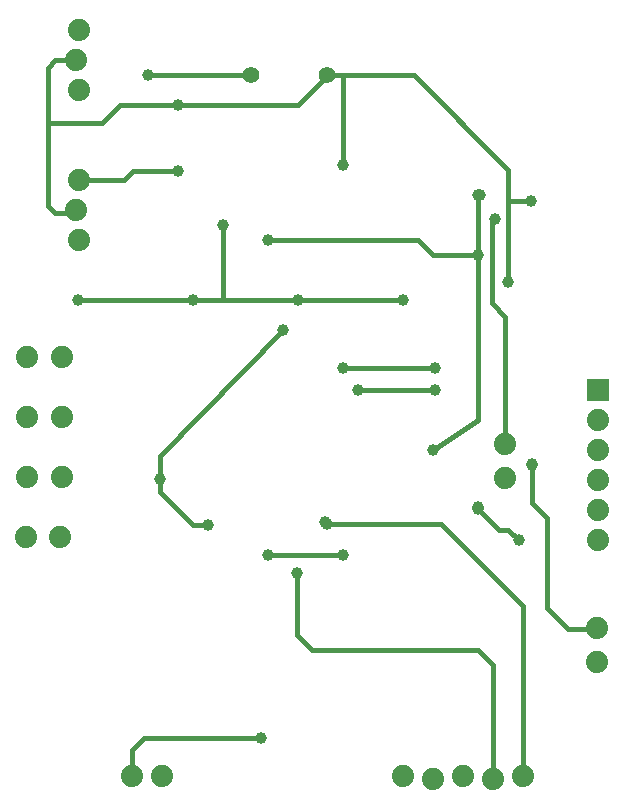
<source format=gbl>
G75*
G70*
%OFA0B0*%
%FSLAX24Y24*%
%IPPOS*%
%LPD*%
%AMOC8*
5,1,8,0,0,1.08239X$1,22.5*
%
%ADD10C,0.0554*%
%ADD11C,0.0740*%
%ADD12R,0.0740X0.0740*%
%ADD13C,0.0396*%
%ADD14C,0.0160*%
D10*
X009320Y024800D03*
X011880Y024800D03*
D11*
X005350Y001450D03*
X006350Y001450D03*
X002970Y009400D03*
X001830Y009400D03*
X001880Y011400D03*
X003020Y011400D03*
X003020Y013400D03*
X001880Y013400D03*
X001880Y015400D03*
X003020Y015400D03*
X003600Y019300D03*
X003500Y020300D03*
X003600Y021300D03*
X003600Y024300D03*
X003500Y025300D03*
X003600Y026300D03*
X017800Y012520D03*
X017800Y011380D03*
X020900Y011300D03*
X020900Y010300D03*
X020900Y009300D03*
X020850Y006370D03*
X020850Y005230D03*
X018400Y001450D03*
X017400Y001350D03*
X016400Y001450D03*
X015400Y001350D03*
X014400Y001450D03*
X020900Y012300D03*
X020900Y013300D03*
D12*
X020900Y014300D03*
D13*
X018700Y011850D03*
X018700Y011800D03*
X016900Y010400D03*
X016900Y010350D03*
X018250Y009300D03*
X015400Y012300D03*
X015450Y014300D03*
X015450Y015050D03*
X014400Y017300D03*
X012400Y015050D03*
X012900Y014300D03*
X010400Y016300D03*
X010900Y017300D03*
X009900Y019300D03*
X008400Y019800D03*
X006900Y021600D03*
X006900Y023800D03*
X005900Y024800D03*
X007400Y017300D03*
X003550Y017300D03*
X006300Y011350D03*
X007900Y009800D03*
X009900Y008800D03*
X010850Y008200D03*
X011850Y009850D03*
X011800Y009900D03*
X012400Y008800D03*
X009650Y002700D03*
X017900Y017900D03*
X016900Y018800D03*
X017450Y020000D03*
X016950Y020800D03*
X016900Y020800D03*
X018650Y020600D03*
X012400Y021800D03*
D14*
X012400Y024800D01*
X014750Y024800D01*
X017900Y021650D01*
X017900Y020600D01*
X018650Y020600D01*
X017900Y020600D02*
X017900Y017900D01*
X017350Y017200D02*
X017350Y019900D01*
X017450Y020000D01*
X016900Y020800D02*
X016900Y018800D01*
X015400Y018800D01*
X014900Y019300D01*
X009900Y019300D01*
X008400Y019800D02*
X008400Y017300D01*
X007400Y017300D01*
X003550Y017300D01*
X003400Y020200D02*
X002800Y020200D01*
X002550Y020450D01*
X002550Y023200D01*
X004350Y023200D01*
X004950Y023800D01*
X006900Y023800D01*
X010900Y023800D01*
X011900Y024800D01*
X012400Y024800D01*
X011900Y024800D02*
X011880Y024800D01*
X009320Y024800D02*
X005900Y024800D01*
X003500Y025300D02*
X002800Y025300D01*
X002550Y025050D01*
X002550Y023200D01*
X003600Y021300D02*
X005100Y021300D01*
X005400Y021600D01*
X006900Y021600D01*
X003500Y020300D02*
X003400Y020200D01*
X008400Y017300D02*
X010900Y017300D01*
X014400Y017300D01*
X015450Y015050D02*
X012400Y015050D01*
X012900Y014300D02*
X015450Y014300D01*
X016900Y013300D02*
X015400Y012300D01*
X016900Y013300D02*
X016900Y018800D01*
X017350Y017200D02*
X017800Y016750D01*
X017800Y012520D01*
X018700Y011800D02*
X018700Y010550D01*
X019200Y010050D01*
X019200Y007050D01*
X019900Y006350D01*
X020830Y006350D01*
X020850Y006370D01*
X018400Y007100D02*
X018400Y001450D01*
X017400Y001350D02*
X017400Y005150D01*
X016900Y005650D01*
X011350Y005650D01*
X010850Y006150D01*
X010850Y008200D01*
X009900Y008800D02*
X012400Y008800D01*
X011850Y009850D02*
X015650Y009850D01*
X018400Y007100D01*
X018250Y009300D02*
X017900Y009650D01*
X017600Y009650D01*
X016900Y010350D01*
X010400Y016300D02*
X006300Y012100D01*
X006300Y011350D01*
X006300Y010900D01*
X007400Y009800D01*
X007900Y009800D01*
X009650Y002700D02*
X005750Y002700D01*
X005350Y002300D01*
X005350Y001450D01*
M02*

</source>
